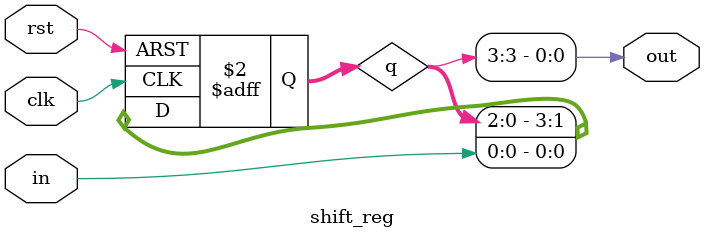
<source format=v>
`timescale 1ns / 1ps


module shift_reg(in, clk, out, rst);
input in, clk, rst;
output out;

reg [3:0] q;
always @(posedge clk, posedge rst) begin
if (rst) q[3:0] <= 4'd0;
else q[3:0] <= {q[2:0],in};
end
assign out = q[3];
endmodule

</source>
